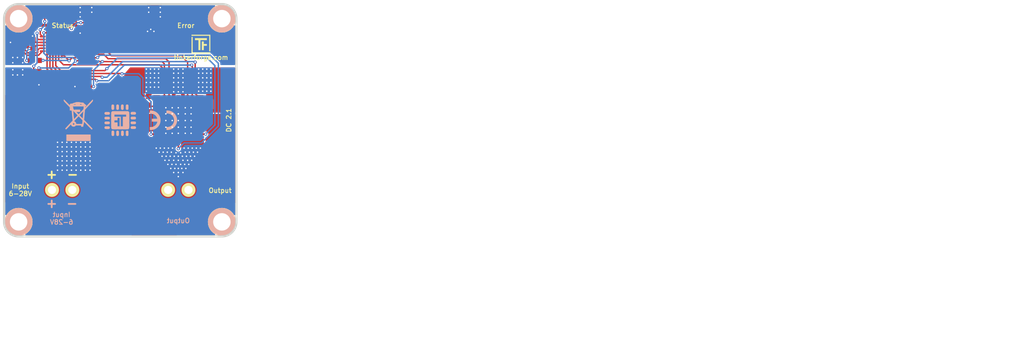
<source format=kicad_pcb>
(kicad_pcb (version 20221018) (generator pcbnew)
  (title_block (title "DC Bricklet") (date "2020-10-06") (rev "2.1") (company "Tinkerforge GmbH") (comment 1 "Licensed under CERN OHL v.1.1") (comment 2 "Copyright (©) 2020, T.Schneidermann <tim@tinkerforge.com>"))
  (layers (0 "F.Cu" signal) (31 "B.Cu" signal) (34 "B.Paste" user) (35 "F.Paste" user) (36 "B.SilkS" user "B.Silkscreen") (37 "F.SilkS" user "F.Silkscreen") (38 "B.Mask" user) (39 "F.Mask" user) (44 "Edge.Cuts" user))
  (net 0 "")
  (net 1 "GND")
  (net 2 "VCC")
  (net 3 "Net-(C102-Pad2)")
  (net 4 "Net-(D101-Pad2)")
  (net 5 "+5V")
  (net 6 "Net-(P101-Pad4)")
  (net 7 "Net-(P101-Pad5)")
  (net 8 "Net-(P101-Pad6)")
  (net 9 "Net-(P102-Pad1)")
  (net 10 "Net-(P103-Pad2)")
  (net 11 "Net-(R101-Pad1)")
  (net 12 "Net-(RP1-Pad7)")
  (net 13 "Net-(RP1-Pad6)")
  (net 14 "S-MISO")
  (net 15 "S-MOSI")
  (net 16 "S-CLK")
  (net 17 "S-CS")
  (net 18 "Net-(U101-Pad4)")
  (net 19 "Net-(U101-Pad5)")
  (net 20 "PWR-FB")
  (net 21 "AGND")
  (net 22 "Net-(C3-Pad2)")
  (net 23 "Net-(D2-Pad2)")
  (net 24 "Net-(P1-Pad2)")
  (net 25 "Net-(P2-Pad2)")
  (net 26 "Net-(P2-Pad1)")
  (net 27 "Net-(R1-Pad2)")
  (net 28 "PWR-EN")
  (net 29 "Net-(R2-Pad1)")
  (net 30 "PWR-VEXT")
  (net 31 "PWR-STATUS")
  (net 32 "PWR-D2")
  (net 33 "PWR-D1")
  (net 34 "PWR-IN2")
  (net 35 "PWR-IN1")
  (net 36 "Net-(RP1-Pad5)")
  (net 37 "Net-(RP1-Pad8)")
  (net 38 "Net-(RP2-Pad8)")
  (net 39 "Net-(RP2-Pad7)")
  (net 40 "Net-(RP2-Pad6)")
  (net 41 "PWR-SLEW")
  (net 42 "PWR-INV")
  (net 43 "Net-(U1-Pad9)")
  (net 44 "Net-(U101-Pad21)")
  (net 45 "3V3")
  (net 46 "Net-(U101-Pad3)")
  (net 47 "Net-(D3-Pad2)")
  (net 48 "Net-(R7-Pad1)")
  (footprint "kicad-libraries:C0603F" (layer "F.Cu") (at 106 112.4 -90)
    (fp_text reference "C1")
    (fp_text value "470nF")
  )
  (footprint "kicad-libraries:ELKO_83" (layer "F.Cu") (at 107.6 122.7 90)
    (fp_text reference "C2")
    (fp_text value "220µF/35V")
  )
  (footprint "kicad-libraries:C0603F" (layer "F.Cu") (at 135.3 116.7 -90)
    (fp_text reference "C3")
    (fp_text value "100nF")
  )
  (footprint "kicad-libraries:ELKO_83" (layer "F.Cu") (at 116.4 122.7 90)
    (fp_text reference "C4")
    (fp_text value "220µF/35V")
  )
  (footprint "kicad-libraries:C0805" (layer "F.Cu") (at 126 106.8)
    (fp_text reference "C101")
    (fp_text value "10uF")
  )
  (footprint "kicad-libraries:C0402F" (layer "F.Cu") (at 114.2 105)
    (fp_text reference "C102")
    (fp_text value "220pF")
  )
  (footprint "kicad-libraries:C0603F" (layer "F.Cu") (at 126 105.3)
    (fp_text reference "C103")
    (fp_text value "1uF")
  )
  (footprint "kicad-libraries:C0603F" (layer "F.Cu") (at 105 106.9 90)
    (fp_text reference "C104")
    (fp_text value "100nF")
  )
  (footprint "kicad-libraries:SOD-123" (layer "F.Cu") (at 109.4 114.2 180)
    (fp_text reference "D1")
    (fp_text value "Z3.3V")
  )
  (footprint "kicad-libraries:SOD-123" (layer "F.Cu") (at 121.1 133 -90)
    (fp_text reference "D2")
    (fp_text value "Z12V")
  )
  (footprint "kicad-libraries:D0603F" (layer "F.Cu") (at 110.1 101.8 -90)
    (fp_text reference "D101")
    (fp_text value "blue")
  )
  (footprint "kicad-libraries:0603F" (layer "F.Cu") (at 102.3 110.7 90)
    (fp_text reference "L1")
    (fp_text value "FB")
  )
  (footprint "kicad-libraries:OQ_2P" (layer "F.Cu") (at 110 132)
    (fp_text reference "P1")
    (fp_text value "black")
  )
  (footprint "kicad-libraries:OQ_2P" (layer "F.Cu") (at 130 132)
    (fp_text reference "P2")
    (fp_text value "green")
  )
  (footprint "kicad-libraries:CON-SENSOR2" (layer "F.Cu") (at 120 100 180)
    (fp_text reference "P101")
    (fp_text value "CON-SENSOR2")
  )
  (footprint "kicad-libraries:DEBUG_PAD" (layer "F.Cu") (at 102.1 108.1)
    (fp_text reference "P102")
    (fp_text value "DEBUG")
  )
  (footprint "kicad-libraries:SolderJumper" (layer "F.Cu") (at 102.1 106.6)
    (fp_text reference "P103")
    (fp_text value "BOOT")
  )
  (footprint "kicad-libraries:SOIC-8-MOSFET" (layer "F.Cu") (at 117.4 134.4 180)
    (fp_text reference "Q1")
    (fp_text value "FDS8449")
  )
  (footprint "kicad-libraries:R0603F" (layer "F.Cu") (at 113.9 114.2 180)
    (fp_text reference "R2")
    (fp_text value "220")
  )
  (footprint "kicad-libraries:R0603F" (layer "F.Cu") (at 103.6 114.8)
    (fp_text reference "R3")
    (fp_text value "10k")
  )
  (footprint "kicad-libraries:R0603F" (layer "F.Cu") (at 103.6 113.4 180)
    (fp_text reference "R4")
    (fp_text value "1k")
  )
  (footprint "kicad-libraries:R0603F" (layer "F.Cu") (at 121.1 137.1 90)
    (fp_text reference "R5")
    (fp_text value "100k")
  )
  (footprint "kicad-libraries:R0603F" (layer "F.Cu") (at 105.3 109.7)
    (fp_text reference "R6")
    (fp_text value "10k")
  )
  (footprint "kicad-libraries:R0603F" (layer "F.Cu") (at 108.7 101.8 -90)
    (fp_text reference "R101")
    (fp_text value "1k")
  )
  (footprint "kicad-libraries:4X0402" (layer "F.Cu") (at 114.2 112.2 -90)
    (fp_text reference "RP1")
    (fp_text value "1k")
  )
  (footprint "kicad-libraries:4X0402" (layer "F.Cu") (at 114.2 109 -90)
    (fp_text reference "RP2")
    (fp_text value "1k")
  )
  (footprint "kicad-libraries:4X0402" (layer "F.Cu") (at 114.2 106.6 90)
    (fp_text reference "RP101")
    (fp_text value "82")
  )
  (footprint "kicad-libraries:QFN24-4x4mm-0.5mm" (layer "F.Cu") (at 108.65 106.85 -90)
    (fp_text reference "U101")
    (fp_text value "XMC1302")
  )
  (footprint "kicad-libraries:DRILL_NP" (layer "F.Cu") (at 102.5 102.5)
    (fp_text reference "U103" hide)
    (fp_text value "DRILL" hide)
  )
  (footprint "kicad-libraries:DRILL_NP" (layer "F.Cu") (at 137.5 137.5)
    (fp_text reference "U104" hide)
    (fp_text value "DRILL" hide)
  )
  (footprint "kicad-libraries:DRILL_NP" (layer "F.Cu") (at 137.5 102.5)
    (fp_text reference "U105" hide)
    (fp_text value "DRILL" hide)
  )
  (footprint "kicad-libraries:DRILL_NP" (layer "F.Cu") (at 102.5 137.5)
    (fp_text reference "U106" hide)
    (fp_text value "DRILL" hide)
  )
  (footprint "kicad-libraries:PQFN-32" (layer "F.Cu") (at 130 120 180)
    (fp_text reference "U1")
    (fp_text value "MC33926")
  )
  (footprint "kicad-libraries:D0603F" (layer "F.Cu") (at 131.3 101.849159 90)
    (fp_text reference "D3")
    (fp_text value "red")
  )
  (footprint "kicad-libraries:R0603F" (layer "F.Cu") (at 129.950741 101.849159 90)
    (fp_text reference "R7")
    (fp_text value "1k")
  )
  (footprint "kicad-libraries:Logo_31x31" (layer "F.Cu") (at 133.9 106.9)
    (fp_text reference "G***" hide)
    (fp_text value "LOGO" hide)
  )
  (footprint "kicad-libraries:Fiducial_Mark" (layer "F.Cu") (at 130 107)
    (fp_text reference "Fiducial_Mark" hide)
    (fp_text value "VAL**" hide)
  )
  (footprint "kicad-libraries:Fiducial_Mark" (layer "F.Cu") (at 107 138)
    (fp_text reference "Fiducial_Mark" hide)
    (fp_text value "VAL**" hide)
  )
  (footprint "kicad-libraries:Fiducial_Mark" (layer "F.Cu") (at 132 138)
    (fp_text reference "Fiducial_Mark" hide)
    (fp_text value "VAL**" hide)
  )
  (footprint "kicad-libraries:R0603F" (layer "F.Cu") (at 124.85 116.65 -90)
    (fp_text reference "R1")
    (fp_text value "1k")
  )
  (footprint "kicad-libraries:CE_5mm" (layer "B.Cu") (at 127.4 120 180)
    (fp_text reference "VAL" hide)
    (fp_text value "CE_5mm" hide)
  )
  (footprint "kicad-libraries:Logo_CoMCU" (layer "B.Cu") (at 120 120 180)
    (fp_text reference "G***" hide)
    (fp_text value "LOGO" hide)
  )
  (footprint "kicad-libraries:WEEE_7mm" (layer "B.Cu") (at 112.8 120 180)
    (fp_text reference "VAL" hide)
    (fp_text value "WEEE_7mm" hide)
  )
  (gr_line (start 100 102.5) (end 100 137.5) (stroke (width 0.381)) (layer "Edge.Cuts"))
  (gr_line (start 137.5 100) (end 102.5 100) (stroke (width 0.381)) (layer "Edge.Cuts"))
  (gr_arc (start 137.5 100) (mid 139.267767 100.732233) (end 140 102.5) (stroke (width 0.381)) (layer "Edge.Cuts"))
  (gr_line (start 140 137.5) (end 140 102.5) (stroke (width 0.381)) (layer "Edge.Cuts"))
  (gr_line (start 102.5 140) (end 137.5 140) (stroke (width 0.381)) (layer "Edge.Cuts"))
  (gr_arc (start 100 102.5) (mid 100.732233 100.732233) (end 102.5 100) (stroke (width 0.381)) (layer "Edge.Cuts"))
  (gr_arc (start 102.5 140) (mid 100.732233 139.267767) (end 100 137.5) (stroke (width 0.381)) (layer "Edge.Cuts"))
  (gr_arc (start 140 137.5) (mid 139.267767 139.267767) (end 137.5 140) (stroke (width 0.381)) (layer "Edge.Cuts"))
  (gr_text "+" (at 108.2 134.3) (layer "B.SilkS") (effects (font (size 1.524 1.524) (thickness 0.3048)) (justify mirror)))
  (gr_text "-" (at 111.7 134.3) (layer "B.SilkS") (effects (font (size 1.524 1.524) (thickness 0.3048)) (justify mirror)))
  (gr_text "Input\n6-28V" (at 109.9 136.9) (layer "B.SilkS") (effects (font (size 0.8 0.8)) (justify mirror)))
  (gr_text "Output" (at 130 137.3) (layer "B.SilkS") (effects (font (size 0.8 0.8)) (justify mirror)))
  (gr_text "tinkerforge.com" (at 133.9 109.2) (layer "F.SilkS") (effects (font (size 0.8 0.8))))
  (gr_text "Output" (at 137.2 132.1) (layer "F.SilkS") (effects (font (size 0.8 0.8))))
  (gr_text "Status" (at 110.1 103.7) (layer "F.SilkS") (effects (font (size 0.8 0.8))))
  (gr_text "DC 2.1" (at 138.7 120 90) (layer "F.SilkS") (effects (font (size 0.8 0.8))))
  (gr_text "Input\n6-28V" (at 102.8 132) (layer "F.SilkS") (effects (font (size 0.8 0.8))))
  (gr_text "Error" (at 131.3 103.7) (layer "F.SilkS") (effects (font (size 0.8 0.8))))
  (gr_text "-" (at 111.8 129.3) (layer "F.SilkS") (effects (font (size 1.524 1.524) (thickness 0.3048))))
  (gr_text "+" (at 108.2 129.3) (layer "F.SilkS") (effects (font (size 1.524 1.524) (thickness 0.3048))))
  (segment (start 125.9 101.2) (end 124.9 101.2) (width 0.5) (layer "F.Cu") (net 1))
  (segment (start 125.9 101.2) (end 126.9 101.2) (width 0.5) (layer "F.Cu") (net 1))
  (segment (start 101.6 106.995002) (end 101.754998 107.15) (width 0.25) (layer "F.Cu") (net 1))
  (segment (start 124.99924 105.55076) (end 125.25 105.3) (width 0.5) (layer "F.Cu") (net 1))
  (segment (start 105.45 106.6) (end 105 106.15) (width 0.25) (layer "F.Cu") (net 1))
  (segment (start 101.6 106.6) (end 101.6 106.995002) (width 0.25) (layer "F.Cu") (net 1))
  (segment (start 125.25 104.85) (end 125.40001 104.69999) (width 0.5) (layer "F.Cu") (net 1))
  (segment (start 105 106.15) (end 105 105.6) (width 0.5) (layer "F.Cu") (net 1))
  (segment (start 124.99924 106.8) (end 124.99924 105.55076) (width 0.5) (layer "F.Cu") (net 1))
  (segment (start 101.754998 107.15) (end 101.875 107.15) (width 0.25) (layer "F.Cu") (net 1))
  (segment (start 101.875 106.05) (end 101.754998 106.05) (width 0.25) (layer "F.Cu") (net 1))
  (segment (start 106.625 106.6) (end 105.45 106.6) (width 0.25) (layer "F.Cu") (net 1))
  (segment (start 124.99924 106.8) (end 123.35 106.8) (width 0.5) (layer "F.Cu") (net 1))
  (segment (start 125.25 104.85) (end 125.1 104.7) (width 0.5) (layer "F.Cu") (net 1))
  (segment (start 108 106.2) (end 109.3 106.2) (width 0.25) (layer "F.Cu") (net 1))
  (segment (start 114.1 101.2) (end 115.1 101.2) (width 0.5) (layer "F.Cu") (net 1))
  (segment (start 107.6 106.6) (end 108 106.2) (width 0.25) (layer "F.Cu") (net 1))
  (segment (start 101.754998 106.05) (end 101.6 106.204998) (width 0.25) (layer "F.Cu") (net 1))
  (segment (start 113.7 105) (end 113.1 105) (width 0.25) (layer "F.Cu") (net 1))
  (segment (start 125.1 104.7) (end 124.7 104.7) (width 0.5) (layer "F.Cu") (net 1))
  (segment (start 125.40001 104.69999) (end 125.79999 104.69999) (width 0.5) (layer "F.Cu") (net 1))
  (segment (start 105 105.6) (end 104.9 105.5) (width 0.5) (layer "F.Cu") (net 1))
  (segment (start 109.3 106.2) (end 109.3 107.5) (width 0.25) (layer "F.Cu") (net 1))
  (segment (start 122.5 105.95) (end 122.5 104.6) (width 0.5) (layer "F.Cu") (net 1))
  (segment (start 101.6 106.204998) (end 101.6 106.6) (width 0.25) (layer "F.Cu") (net 1))
  (segment (start 101.6 106.6) (end 101.1 106.6) (width 0.25) (layer "F.Cu") (net 1))
  (segment (start 125.25 105.3) (end 125.25 104.85) (width 0.5) (layer "F.Cu") (net 1))
  (segment (start 109.3 107.5) (end 108 107.5) (width 0.25) (layer "F.Cu") (net 1))
  (segment (start 106.625 106.6) (end 107.6 106.6) (width 0.25) (layer "F.Cu") (net 1))
  (segment (start 114.1 101.2) (end 113.1 101.2) (width 0.5) (layer "F.Cu") (net 1))
  (segment (start 125.25 105.3) (end 125.25 104.349996) (width 0.5) (layer "F.Cu") (net 1))
  (segment (start 123.35 106.8) (end 122.5 105.95) (width 0.5) (layer "F.Cu") (net 1))
  (via (at 124.9 101.4) (size 0.55) (drill 0.25) (layers "F.Cu" "B.Cu") (net 1))
  (via (at 126.9 101.4) (size 0.55) (drill 0.25) (layers "F.Cu" "B.Cu") (net 1))
  (via (at 126.9 100.6) (size 0.55) (drill 0.25) (layers "F.Cu" "B.Cu") (net 1))
  (via (at 126.9 102.2) (size 0.55) (drill 0.25) (layers "F.Cu" "B.Cu") (net 1))
  (via (at 124.9 100.6) (size 0.55) (drill 0.25) (layers "F.Cu" "B.Cu") (net 1))
  (via (at 113.1 102.2) (size 0.55) (drill 0.25) (layers "F.Cu" "B.Cu") (net 1))
  (via (at 101.5 109.2) (size 0.55) (drill 0.25) (layers "F.Cu" "B.Cu") (net 1))
  (via (at 103.2 110.1) (size 0.55) (drill 0.25) (layers "F.Cu" "B.Cu") (net 1))
  (via (at 101.5 110.1) (size 0.55) (drill 0.25) (layers "F.Cu" "B.Cu") (net 1))
  (via (at 102.3 109.2) (size 0.55) (drill 0.25) (layers "F.Cu" "B.Cu") (net 1))
  (via (at 113.1 105) (size 0.55) (drill 0.25) (layers "F.Cu" "B.Cu") (net 1))
  (via (at 113.1 100.6) (size 0.55) (drill 0.25) (layers "F.Cu" "B.Cu") (net 1))
  (via (at 104.9 105.5) (size 0.55) (drill 0.25) (layers "F.Cu" "B.Cu") (net 1))
  (via (at 101.1 106.6) (size 0.55) (drill 0.25) (layers "F.Cu" "B.Cu") (net 1))
  (via (at 115.1 101.4) (size 0.55) (drill 0.25) (layers "F.Cu" "B.Cu") (net 1))
  (via (at 125.25 104.349996) (size 0.55) (drill 0.25) (layers "F.Cu" "B.Cu") (net 1))
  (via (at 103.2 109.2) (size 0.55) (drill 0.25) (layers "F.Cu" "B.Cu") (net 1))
  (via (at 124.7 104.7) (size 0.55) (drill 0.25) (layers "F.Cu" "B.Cu") (net 1))
  (via (at 113.1 101.4) (size 0.55) (drill 0.25) (layers "F.Cu" "B.Cu") (net 1))
  (via (at 125.79999 104.69999) (size 0.55) (drill 0.25) (layers "F.Cu" "B.Cu") (net 1))
  (via (at 115.1 100.6) (size 0.55) (drill 0.25) (layers "F.Cu" "B.Cu") (net 1))
  (segment (start 121.1 137.85) (end 119.85 139.1) (width 0.25) (layer "F.Cu") (net 2))
  (segment (start 109 132.75006) (end 108.24994 132) (width 0.25) (layer "F.Cu") (net 2))
  (segment (start 119.85 139.1) (end 109.8 139.1) (width 0.25) (layer "F.Cu") (net 2))
  (segment (start 102.85 114.8) (end 102.85 116.05) (width 0.25) (layer "F.Cu") (net 2))
  (segment (start 109 138.3) (end 109 132.75006) (width 0.25) (layer "F.Cu") (net 2))
  (segment (start 109.8 139.1) (end 109 138.3) (width 0.25) (layer "F.Cu") (net 2))
  (via (at 130.8 115.1) (size 0.55) (drill 0.25) (layers "F.Cu" "B.Cu") (net 2))
  (via (at 130 115.1) (size 0.55) (drill 0.25) (layers "F.Cu" "B.Cu") (net 2))
  (via (at 129.2 115.1) (size 0.55) (drill 0.25) (layers "F.Cu" "B.Cu") (net 2))
  (via (at 135.6 113.5) (size 0.55) (drill 0.25) (layers "F.Cu" "B.Cu") (net 2))
  (via (at 130.8 114.3) (size 0.55) (drill 0.25) (layers "F.Cu" "B.Cu") (net 2))
  (via (at 129.2 111.9) (size 0.55) (drill 0.25) (layers "F.Cu" "B.Cu") (net 2))
  (via (at 134.2 115) (size 0.55) (drill 0.25) (layers "F.Cu" "B.Cu") (net 2))
  (via (at 124.5 113.5) (size 0.55) (drill 0.25) (layers "F.Cu" "B.Cu") (net 2))
  (via (at 134.9 111.2) (size 0.55) (drill 0.25) (layers "F.Cu" "B.Cu") (net 2))
  (via (at 125.9 114.3) (size 0.55) (drill 0.25) (layers "F.Cu" "B.Cu") (net 2))
  (via (at 135.6 112.7) (size 0.55) (drill 0.25) (layers "F.Cu" "B.Cu") (net 2))
  (via (at 134.2 111.9) (size 0.55) (drill 0.25) (layers "F.Cu" "B.Cu") (net 2))
  (via (at 124.5 111.9) (size 0.55) (drill 0.25) (layers "F.Cu" "B.Cu") (net 2))
  (via (at 135.6 115) (size 0.55) (drill 0.25) (layers "F.Cu" "B.Cu") (net 2))
  (via (at 133.5 113.5) (size 0.55) (drill 0.25) (layers "F.Cu" "B.Cu") (net 2))
  (via (at 125.2 112.7) (size 0.55) (drill 0.25) (layers "F.Cu" "B.Cu") (net 2))
  (via (at 126.6 111.2) (size 0.55) (drill 0.25) (layers "F.Cu" "B.Cu") (net 2))
  (via (at 126.6 114.3) (size 0.55) (drill 0.25) (layers "F.Cu" "B.Cu") (net 2))
  (via (at 125.2 111.9) (size 0.55) (drill 0.25) (layers "F.Cu" "B.Cu") (net 2))
  (via (at 129.2 111.2) (size 0.55) (drill 0.25) (layers "F.Cu" "B.Cu") (net 2))
  (via (at 133.5 114.3) (size 0.55) (drill 0.25) (layers "F.Cu" "B.Cu") (net 2))
  (via (at 130.8 111.9) (size 0.55) (drill 0.25) (layers "F.Cu" "B.Cu") (net 2))
  (via (at 124.5 111.2) (size 0.55) (drill 0.25) (layers "F.Cu" "B.Cu") (net 2))
  (via (at 135.6 111.2) (size 0.55) (drill 0.25) (layers "F.Cu" "B.Cu") (net 2))
  (via (at 125.9 112.7) (size 0.55) (drill 0.25) (layers "F.Cu" "B.Cu") (net 2))
  (via (at 133.5 111.2) (size 0.55) (drill 0.25) (layers "F.Cu" "B.Cu") (net 2))
  (via (at 130 112.7) (size 0.55) (drill 0.25) (layers "F.Cu" "B.Cu") (net 2))
  (via (at 134.9 112.7) (size 0.55) (drill 0.25) (layers "F.Cu" "B.Cu") (net 2))
  (via (at 126.6 112.7) (size 0.55) (drill 0.25) (layers "F.Cu" "B.Cu") (net 2))
  (via (at 130 111.2) (size 0.55) (drill 0.25) (layers "F.Cu" "B.Cu") (net 2))
  (via (at 130.8 111.2) (size 0.55) (drill 0.25) (layers "F.Cu" "B.Cu") (net 2))
  (via (at 125.9 111.2) (size 0.55) (drill 0.25) (layers "F.Cu" "B.Cu") (net 2))
  (via (at 133.5 115) (size 0.55) (drill 0.25) (layers "F.Cu" "B.Cu") (net 2))
  (via (at 125.9 111.9) (size 0.55) (drill 0.25) (layers "F.Cu" "B.Cu") (net 2))
  (via (at 130 111.9) (size 0.55) (drill 0.25) (layers "F.Cu" "B.Cu") (net 2))
  (via (at 130.8 113.5) (size 0.55) (drill 0.25) (layers "F.Cu" "B.Cu") (net 2))
  (via (at 135.6 111.9) (size 0.55) (drill 0.25) (layers "F.Cu" "B.Cu") (net 2))
  (via (at 130 114.3) (size 0.55) (drill 0.25) (layers "F.Cu" "B.Cu") (net 2))
  (via (at 134.9 115) (size 0.55) (drill 0.25) (layers "F.Cu" "B.Cu") (net 2))
  (via (at 126.6 113.5) (size 0.55) (drill 0.25) (layers "F.Cu" "B.Cu") (net 2))
  (via (at 125.9 113.5) (size 0.55) (drill 0.25) (layers "F.Cu" "B.Cu") (net 2))
  (via (at 134.2 112.7) (size 0.55) (drill 0.25) (layers "F.Cu" "B.Cu") (net 2))
  (via (at 133.5 111.9) (size 0.55) (drill 0.25) (layers "F.Cu" "B.Cu") (net 2))
  (via (at 126.6 111.9) (size 0.55) (drill 0.25) (layers "F.Cu" "B.Cu") (net 2))
  (via (at 134.9 111.9) (size 0.55) (drill 0.25) (layers "F.Cu" "B.Cu") (net 2))
  (via (at 134.9 113.5) (size 0.55) (drill 0.25) (layers "F.Cu" "B.Cu") (net 2))
  (via (at 130.8 112.7) (size 0.55) (drill 0.25) (layers "F.Cu" "B.Cu") (net 2))
  (via (at 134.2 113.5) (size 0.55) (drill 0.25) (layers "F.Cu" "B.Cu") (net 2))
  (via (at 134.2 114.3) (size 0.55) (drill 0.25) (layers "F.Cu" "B.Cu") (net 2))
  (via (at 125.2 113.5) (size 0.55) (drill 0.25) (layers "F.Cu" "B.Cu") (net 2))
  (via (at 125.2 111.2) (size 0.55) (drill 0.25) (layers "F.Cu" "B.Cu") (net 2))
  (via (at 134.9 114.3) (size 0.55) (drill 0.25) (layers "F.Cu" "B.Cu") (net 2))
  (via (at 124.5 115) (size 0.55) (drill 0.25) (layers "F.Cu" "B.Cu") (net 2))
  (via (at 125.2 114.3) (size 0.55) (drill 0.25) (layers "F.Cu" "B.Cu") (net 2))
  (via (at 130 113.5) (size 0.55) (drill 0.25) (layers "F.Cu" "B.Cu") (net 2))
  (via (at 124.5 112.7) (size 0.55) (drill 0.25) (layers "F.Cu" "B.Cu") (net 2))
  (via (at 134.2 111.2) (size 0.55) (drill 0.25) (layers "F.Cu" "B.Cu") (net 2))
  (via (at 133.5 112.7) (size 0.55) (drill 0.25) (layers "F.Cu" "B.Cu") (net 2))
  (via (at 129.2 112.7) (size 0.55) (drill 0.25) (layers "F.Cu" "B.Cu") (net 2))
  (via (at 124.5 114.3) (size 0.55) (drill 0.25) (layers "F.Cu" "B.Cu") (net 2))
  (via (at 129.2 113.5) (size 0.55) (drill 0.25) (layers "F.Cu" "B.Cu") (net 2))
  (via (at 135.6 114.3) (size 0.55) (drill 0.25) (layers "F.Cu" "B.Cu") (net 2))
  (via (at 129.2 114.3) (size 0.55) (drill 0.25) (layers "F.Cu" "B.Cu") (net 2))
  (segment (start 116.25 104.6) (end 115.1 104.6) (width 0.25) (layer "F.Cu") (net 3))
  (segment (start 114.7 105) (end 114.7 105.7757) (width 0.25) (layer "F.Cu") (net 3))
  (segment (start 114.7 105.7757) (end 114.775 105.8507) (width 0.25) (layer "F.Cu") (net 3))
  (segment (start 115.1 104.6) (end 114.7 105) (width 0.25) (layer "F.Cu") (net 3))
  (segment (start 110.1 102.55) (end 108.7 102.55) (width 0.25) (layer "F.Cu") (net 4))
  (segment (start 120 105.9) (end 118.5507 107.3493) (width 0.25) (layer "F.Cu") (net 6))
  (segment (start 118.5507 107.3493) (end 114.775 107.3493) (width 0.25) (layer "F.Cu") (net 6))
  (segment (start 120 104.6) (end 120 105.9) (width 0.25) (layer "F.Cu") (net 6))
  (segment (start 114.775 106.84892) (end 117.75108 106.84892) (width 0.25) (layer "F.Cu") (net 7))
  (segment (start 117.75108 106.84892) (end 118.75 105.85) (width 0.25) (layer "F.Cu") (net 7))
  (segment (start 118.75 105.85) (end 118.75 104.6) (width 0.25) (layer "F.Cu") (net 7))
  (segment (start 117.5 105.8) (end 116.94892 106.35108) (width 0.25) (layer "F.Cu") (net 8))
  (segment (start 117.5 104.6) (end 117.5 105.8) (width 0.25) (layer "F.Cu") (net 8))
  (segment (start 116.94892 106.35108) (end 114.775 106.35108) (width 0.25) (layer "F.Cu") (net 8))
  (segment (start 103.9343 108.8) (end 105.925 108.8) (width 0.25) (layer "F.Cu") (net 9))
  (segment (start 102.1 108.1) (end 103.2343 108.1) (width 0.25) (layer "F.Cu") (net 9))
  (segment (start 105.925 108.8) (end 106.625 108.1) (width 0.25) (layer "F.Cu") (net 9))
  (segment (start 103.2343 108.1) (end 103.9343 108.8) (width 0.25) (layer "F.Cu") (net 9))
  (segment (start 102.25 106.6) (end 102.65 106.6) (width 0.25) (layer "F.Cu") (net 10))
  (segment (start 105.8 108.3) (end 105.700011 108.399989) (width 0.25) (layer "F.Cu") (net 10))
  (segment (start 105.8 107.9) (end 105.8 108.3) (width 0.25) (layer "F.Cu") (net 10))
  (segment (start 102.65 106.95) (end 102.65 106.6) (width 0.25) (layer "F.Cu") (net 10))
  (segment (start 106.625 107.6) (end 106.1 107.6) (width 0.25) (layer "F.Cu") (net 10))
  (segment (start 105.700011 108.399989) (end 104.099989 108.399989) (width 0.25) (layer "F.Cu") (net 10))
  (segment (start 106.1 107.6) (end 105.8 107.9) (width 0.25) (layer "F.Cu") (net 10))
  (segment (start 104.099989 108.399989) (end 102.65 106.95) (width 0.25) (layer "F.Cu") (net 10))
  (segment (start 107 101.7) (end 107 102.974998) (width 0.25) (layer "F.Cu") (net 11))
  (segment (start 107.65 101.05) (end 107 101.7) (width 0.25) (layer "F.Cu") (net 11))
  (segment (start 106.6 105.575) (end 106.625 105.6) (width 0.25) (layer "F.Cu") (net 11))
  (segment (start 106.229686 104.431717) (end 106.229686 105.204686) (width 0.25) (layer "F.Cu") (net 11))
  (segment (start 106.229686 105.204686) (end 106.625 105.6) (width 0.25) (layer "F.Cu") (net 11))
  (segment (start 108.7 101.05) (end 107.65 101.05) (width 0.25) (layer "F.Cu") (net 11))
  (via (at 107 102.974998) (size 0.55) (drill 0.25) (layers "F.Cu" "B.Cu") (net 11))
  (via (at 106.229686 104.431717) (size 0.55) (drill 0.25) (layers "F.Cu" "B.Cu") (net 11))
  (segment (start 107 102.974998) (end 107 103.661403) (width 0.25) (layer "B.Cu") (net 11))
  (segment (start 107 103.661403) (end 106.229686 104.431717) (width 0.25) (layer "B.Cu") (net 11))
  (segment (start 125.30224 122.39776) (end 125.3 122.4) (width 0.25) (layer "F.Cu") (net 12))
  (segment (start 126.25096 122.39776) (end 125.30224 122.39776) (width 0.25) (layer "F.Cu") (net 12))
  (segment (start 114.775 111.95108) (end 120.25037 111.95108) (width 0.25) (layer "F.Cu") (net 12))
  (segment (start 120.25037 111.95108) (end 120.3 112.00071) (width 0.25) (layer "F.Cu") (net 12))
  (via (at 125.3 122.4) (size 0.55) (drill 0.25) (layers "F.Cu" "B.Cu") (net 12))
  (via (at 120.3 112.00071) (size 0.55) (drill 0.25) (layers "F.Cu" "B.Cu") (net 12))
  (segment (start 125.3 122.4) (end 125.3 116.8) (width 0.25) (layer "B.Cu") (net 12))
  (segment (start 123.9 112.7) (end 123.20071 112.00071) (width 0.25) (layer "B.Cu") (net 12))
  (segment (start 123.20071 112.00071) (end 120.3 112.00071) (width 0.25) (layer "B.Cu") (net 12))
  (segment (start 125.3 116.8) (end 123.9 115.4) (width 0.25) (layer "B.Cu") (net 12))
  (segment (start 123.9 115.4) (end 123.9 112.7) (width 0.25) (layer "B.Cu") (net 12))
  (segment (start 132.9 110) (end 132.9 115.4) (width 0.25) (layer "F.Cu") (net 13))
  (segment (start 114.775 112.44892) (end 116.74892 112.44892) (width 0.25) (layer "F.Cu") (net 13))
  (segment (start 116.74892 112.44892) (end 116.9 112.6) (width 0.25) (layer "F.Cu") (net 13))
  (segment (start 132.9 115.4) (end 133.74904 116.24904) (width 0.25) (layer "F.Cu") (net 13))
  (segment (start 133.74904 116.24904) (end 133.74904 116.25096) (width 0.25) (layer "F.Cu") (net 13))
  (via (at 132.9 110) (size 0.55) (drill 0.25) (layers "F.Cu" "B.Cu") (net 13))
  (via (at 116.9 112.6) (size 0.55) (drill 0.25) (layers "F.Cu" "B.Cu") (net 13))
  (segment (start 117.7 112.6) (end 120.4 109.9) (width 0.25) (layer "B.Cu") (net 13))
  (segment (start 116.9 112.6) (end 117.7 112.6) (width 0.25) (layer "B.Cu") (net 13))
  (segment (start 132.8 109.9) (end 132.9 110) (width 0.25) (layer "B.Cu") (net 13))
  (segment (start 120.4 109.9) (end 132.8 109.9) (width 0.25) (layer "B.Cu") (net 13))
  (segment (start 113.625 105.8507) (end 112.9507 105.8507) (width 0.25) (layer "F.Cu") (net 14))
  (segment (start 112.9507 105.8507) (end 111.925 104.825) (width 0.25) (layer "F.Cu") (net 14))
  (segment (start 111.925 104.825) (end 109.9 104.825) (width 0.25) (layer "F.Cu") (net 14))
  (segment (start 112.88538 106.35108) (end 113.625 106.35108) (width 0.25) (layer "F.Cu") (net 15))
  (segment (start 110.675 105.6) (end 112.1343 105.6) (width 0.25) (layer "F.Cu") (net 15))
  (segment (start 112.1343 105.6) (end 112.88538 106.35108) (width 0.25) (layer "F.Cu") (net 15))
  (segment (start 112.81752 106.84892) (end 113.625 106.84892) (width 0.25) (layer "F.Cu") (net 16))
  (segment (start 112.0686 106.1) (end 112.81752 106.84892) (width 0.25) (layer "F.Cu") (net 16))
  (segment (start 110.675 106.1) (end 112.0686 106.1) (width 0.25) (layer "F.Cu") (net 16))
  (segment (start 112.6493 107.3493) (end 111.9 106.6) (width 0.25) (layer "F.Cu") (net 17))
  (segment (start 111.9 106.6) (end 110.675 106.6) (width 0.25) (layer "F.Cu") (net 17))
  (segment (start 113.625 107.3493) (end 112.6493 107.3493) (width 0.25) (layer "F.Cu") (net 17))
  (segment (start 107.55088 112.55088) (end 106.65 111.65) (width 0.25) (layer "F.Cu") (net 20))
  (segment (start 107.55088 114.2) (end 107.55088 112.55088) (width 0.25) (layer "F.Cu") (net 20))
  (segment (start 106.847281 104.945272) (end 107.279728 104.945272) (width 0.25) (layer "F.Cu") (net 20))
  (segment (start 107.279728 104.945272) (end 107.4 104.825) (width 0.25) (layer "F.Cu") (net 20))
  (segment (start 113.625 109.7493) (end 112.3507 109.7493) (width 0.25) (layer "F.Cu") (net 20))
  (segment (start 106.65 111.65) (end 106 111.65) (width 0.25) (layer "F.Cu") (net 20))
  (segment (start 107.4 104.825) (end 107.4 104.8) (width 0.25) (layer "F.Cu") (net 20))
  (segment (start 106 111.65) (end 106 111) (width 0.25) (layer "F.Cu") (net 20))
  (segment (start 112.3507 109.7493) (end 112.3 109.8) (width 0.25) (layer "F.Cu") (net 20))
  (via (at 106.847281 104.945272) (size 0.55) (drill 0.25) (layers "F.Cu" "B.Cu") (net 20))
  (via (at 112.3 109.8) (size 0.55) (drill 0.25) (layers "F.Cu" "B.Cu") (net 20))
  (via (at 106 111) (size 0.55) (drill 0.25) (layers "F.Cu" "B.Cu") (net 20))
  (segment (start 111.85 109.2) (end 107.6 109.2) (width 0.25) (layer "B.Cu") (net 20))
  (segment (start 112.3 109.8) (end 112.3 109.65) (width 0.25) (layer "B.Cu") (net 20))
  (segment (start 106.847281 108.447281) (end 106.847281 104.945272) (width 0.25) (layer "B.Cu") (net 20))
  (segment (start 106 111) (end 111.1 111) (width 0.25) (layer "B.Cu") (net 20))
  (segment (start 111.1 111) (end 112.3 109.8) (width 0.25) (layer "B.Cu") (net 20))
  (segment (start 107.6 109.2) (end 106.847281 108.447281) (width 0.25) (layer "B.Cu") (net 20))
  (segment (start 112.3 109.65) (end 111.85 109.2) (width 0.25) (layer "B.Cu") (net 20))
  (segment (start 130 117.85) (end 130 120) (width 0.5) (layer "F.Cu") (net 21))
  (segment (start 111.4 114.24912) (end 112.15088 114.24912) (width 0.25) (layer "F.Cu") (net 21))
  (segment (start 129.20244 123.74904) (end 129.20244 120.79756) (width 0.2) (layer "F.Cu") (net 21))
  (segment (start 113.15 114.2) (end 112.2 114.2) (width 0.25) (layer "F.Cu") (net 21))
  (segment (start 129.20244 120.79756) (end 130 120) (width 0.2) (layer "F.Cu") (net 21))
  (segment (start 130 116.25096) (end 130 117.85) (width 0.5) (layer "F.Cu") (net 21))
  (segment (start 102.85 112.25) (end 102.9 112.2) (width 0.25) (layer "F.Cu") (net 21))
  (segment (start 102.9 112.2) (end 103.2 112.2) (width 0.25) (layer "F.Cu") (net 21))
  (segment (start 102.85 113.4) (end 102.85 112.25) (width 0.25) (layer "F.Cu") (net 21))
  (segment (start 106 113.15) (end 106 113.9) (width 0.25) (layer "F.Cu") (net 21))
  (via (at 110.8 124.6) (size 0.55) (drill 0.25) (layers "F.Cu" "B.Cu") (net 21))
  (via (at 114 124.6) (size 0.55) (drill 0.25) (layers "F.Cu" "B.Cu") (net 21))
  (via (at 109.2 124.6) (size 0.55) (drill 0.25) (layers "F.Cu" "B.Cu") (net 21))
  (via (at 114.8 124.6) (size 0.55) (drill 0.25) (layers "F.Cu" "B.Cu") (net 21))
  (via (at 110 124.6) (size 0.55) (drill 0.25) (layers "F.Cu" "B.Cu") (net 21))
  (via (at 111.6 124.6) (size 0.55) (drill 0.25) (layers "F.Cu" "B.Cu") (net 21))
  (via (at 113.2 124.6) (size 0.55) (drill 0.25) (layers "F.Cu" "B.Cu") (net 21))
  (via (at 112.4 124.6) (size 0.55) (drill 0.25) (layers "F.Cu" "B.Cu") (net 21))
  (via (at 113.2 128.6) (size 0.55) (drill 0.25) (layers "F.Cu" "B.Cu") (net 21))
  (via (at 111.6 128.6) (size 0.55) (drill 0.25) (layers "F.Cu" "B.Cu") (net 21))
  (via (at 112.4 128.6) (size 0.55) (drill 0.25) (layers "F.Cu" "B.Cu") (net 21))
  (via (at 110 128.6) (size 0.55) (drill 0.25) (layers "F.Cu" "B.Cu") (net 21))
  (via (at 114.8 128.6) (size 0.55) (drill 0.25) (layers "F.Cu" "B.Cu") (net 21))
  (via (at 114 128.6) (size 0.55) (drill 0.25) (layers "F.Cu" "B.Cu") (net 21))
  (via (at 110.8 128.6) (size 0.55) (drill 0.25) (layers "F.Cu" "B.Cu") (net 21))
  (via (at 109.2 128.6) (size 0.55) (drill 0.25) (layers "F.Cu" "B.Cu") (net 21))
  (via (at 130 122.25) (size 0.55) (drill 0.25) (layers "F.Cu" "B.Cu") (net 21))
  (via (at 131.2 122.25) (size 0.55) (drill 0.25) (layers "F.Cu" "B.Cu") (net 21))
  (via (at 127.85 122.25) (size 0.55) (drill 0.25) (layers "F.Cu" "B.Cu") (net 21))
  (via (at 132.2 122.25) (size 0.55) (drill 0.25) (layers "F.Cu" "B.Cu") (net 21))
  (via (at 128.95 122.25) (size 0.55) (drill 0.25) (layers "F.Cu" "B.Cu") (net 21))
  (via (at 109.2 127.8) (size 0.55) (drill 0.25) (layers "F.Cu" "B.Cu") (net 21))
  (via (at 130.4 125.6) (size 0.55) (drill 0.25) (layers "F.Cu" "B.Cu") (net 21))
  (via (at 111.6 127.8) (size 0.55) (drill 0.25) (layers "F.Cu" "B.Cu") (net 21))
  (via (at 131.2 121.2) (size 0.55) (drill 0.25) (layers "F.Cu" "B.Cu") (net 21))
  (via (at 114 123.8) (size 0.55) (drill 0.25) (layers "F.Cu" "B.Cu") (net 21))
  (via (at 112.4 127) (size 0.55) (drill 0.25) (layers "F.Cu" "B.Cu") (net 21))
  (via (at 127.9 126.2) (size 0.55) (drill 0.25) (layers "F.Cu" "B.Cu") (net 21))
  (via (at 102.3 112.2) (size 0.55) (drill 0.25) (layers "F.Cu" "B.Cu") (net 21))
  (via (at 131.1 127.6) (size 0.55) (drill 0.25) (layers "F.Cu" "B.Cu") (net 21))
  (via (at 113.2 127.8) (size 0.55) (drill 0.25) (layers "F.Cu" "B.Cu") (net 21))
  (via (at 113.2 125.4) (size 0.55) (drill 0.25) (layers "F.Cu" "B.Cu") (net 21))
  (via (at 130.6 128.3) (size 0.55) (drill 0.25) (layers "F.Cu" "B.Cu") (net 21))
  (via (at 127.85 121.2) (size 0.55) (drill 0.25) (layers "F.Cu" "B.Cu") (net 21))
  (via (at 109.2 126.2) (size 0.55) (drill 0.25) (layers "F.Cu" "B.Cu") (net 21))
  (via (at 128.3 124.8) (size 0.55) (drill 0.25) (layers "F.Cu" "B.Cu") (net 21))
  (via (at 132.2 118.9) (size 0.55) (drill 0.25) (layers "F.Cu" "B.Cu") (net 21))
  (via (at 128.8 125.5) (size 0.55) (drill 0.25) (layers "F.Cu" "B.Cu") (net 21))
  (via (at 101.5 111.3) (size 0.55) (drill 0.25) (layers "F.Cu" "B.Cu") (net 21))
  (via (at 103.2 111.3) (size 0.55) (drill 0.25) (layers "F.Cu" "B.Cu") (net 21))
  (via (at 131 124.8) (size 0.55) (drill 0.25) (layers "F.Cu" "B.Cu") (net 21))
  (via (at 128.95 118.9) (size 0.55) (drill 0.25) (layers "F.Cu" "B.Cu") (net 21))
  (via (at 110 127) (size 0.55) (drill 0.25) (layers "F.Cu" "B.Cu") (net 21))
  (via (at 126.7 125.5) (size 0.55) (drill 0.25) (layers "F.Cu" "B.Cu") (net 21))
  (via (at 106 113.9) (size 0.55) (drill 0.25) (layers "F.Cu" "B.Cu") (net 21))
  (via (at 128.7 128.3) (size 0.55) (drill 0.25) (layers "F.Cu" "B.Cu") (net 21))
  (via (at 133.3 125.5) (size 0.55) (drill 0.25) (layers "F.Cu" "B.Cu") (net 21))
  (via (at 110 126.2) (size 0.55) (drill 0.25) (layers "F.Cu" "B.Cu") (net 21))
  (via (at 131.4 126.2) (size 0.55) (drill 0.25) (layers "F.Cu" "B.Cu") (net 21))
  (via (at 129.6 125.6) (size 0.55) (drill 0.25) (layers "F.Cu" "B.Cu") (net 21))
  (via (at 130 117.85) (size 0.55) (drill 0.25) (layers "F.Cu" "B.Cu") (net 21))
  (via (at 133.8 124.8) (size 0.55) (drill 0.25) (layers "F.Cu" "B.Cu") (net 21))
  (via (at 114.8 123.8) (size 0.55) (drill 0.25) (layers "F.Cu" "B.Cu") (net 21))
  (via (at 132.3 126.9) (size 0.55) (drill 0.25) (layers "F.Cu" "B.Cu") (net 21))
  (via (at 127.6 124.8) (size 0.55) (drill 0.25) (layers "F.Cu" "B.Cu") (net 21))
  (via (at 110 125.4) (size 0.55) (drill 0.25) (layers "F.Cu" "B.Cu") (net 21))
  (via (at 131.2 120.05) (size 0.55) (drill 0.25) (layers "F.Cu" "B.Cu") (net 21))
  (via (at 129.3 126.2) (size 0.55) (drill 0.25) (layers "F.Cu" "B.Cu") (net 21))
  (via (at 130 128.3) (size 0.55) (drill 0.25) (layers "F.Cu" "B.Cu") (net 21))
  (via (at 128.4 126.9) (size 0.55) (drill 0.25) (layers "F.Cu" "B.Cu") (net 21))
  (via (at 111.6 127) (size 0.55) (drill 0.25) (layers "F.Cu" "B.Cu") (net 21))
  (via (at 128.6 126.2) (size 0.55) (drill 0.25) (layers "F.Cu" "B.Cu") (net 21))
  (via (at 114 125.4) (size 0.55) (drill 0.25) (layers "F.Cu" "B.Cu") (net 21))
  (via (at 110.8 125.4) (size 0.55) (drill 0.25) (layers "F.Cu" "B.Cu") (net 21))
  (via (at 132.2 117.85) (size 0.55) (drill 0.25) (layers "F.Cu" "B.Cu") (net 21))
  (via (at 131.9 125.5) (size 0.55) (drill 0.25) (layers "F.Cu" "B.Cu") (net 21))
  (via (at 110.8 127.8) (size 0.55) (drill 0.25) (layers "F.Cu" "B.Cu") (net 21))
  (via (at 130 126.2) (size 0.55) (drill 0.25) (layers "F.Cu" "B.Cu") (net 21))
  (via (at 132.6 125.5) (size 0.55) (drill 0.25) (layers "F.Cu" "B.Cu") (net 21))
  (via (at 112.4 127.8) (size 0.55) (drill 0.25) (layers "F.Cu" "B.Cu") (net 21))
  (via (at 111.6 126.2) (size 0.55) (drill 0.25) (layers "F.Cu" "B.Cu") (net 21))
  (via (at 126.9 124.8) (size 0.55) (drill 0.25) (layers "F.Cu" "B.Cu") (net 21))
  (via (at 110 127.8) (size 0.55) (drill 0.25) (layers "F.Cu" "B.Cu") (net 21))
  (via (at 112.4 125.4) (size 0.55) (drill 0.25) (layers "F.Cu" "B.Cu") (net 21))
  (via (at 130 129) (size 0.55) (drill 0.25) (layers "F.Cu" "B.Cu") (net 21))
  (via (at 130.4 127.6) (size 0.55) (drill 0.25) (layers "F.Cu" "B.Cu") (net 21))
  (via (at 131.2 118.9) (size 0.55) (drill 0.25) (layers "F.Cu" "B.Cu") (net 21))
  (via (at 112.4 126.2) (size 0.55) (drill 0.25) (layers "F.Cu" "B.Cu") (net 21))
  (via (at 103.2 112.2) (size 0.55) (drill 0.25) (layers "F.Cu" "B.Cu") (net 21))
  (via (at 127.85 118.9) (size 0.55) (drill 0.25) (layers "F.Cu" "B.Cu") (net 21))
  (via (at 111.6 125.4) (size 0.55) (drill 0.25) (layers "F.Cu" "B.Cu") (net 21))
  (via (at 129 124.8) (size 0.55) (drill 0.25) (layers "F.Cu" "B.Cu") (net 21))
  (via (at 129.4 128.3) (size 0.55) (drill 0.25) (layers "F.Cu" "B.Cu") (net 21))
  (via (at 129.2 129) (size 0.55) (drill 0.25) (layers "F.Cu" "B.Cu") (net 21))
  (via (at 131.8 127.6) (size 0.55) (drill 0.25) (layers "F.Cu" "B.Cu") (net 21))
  (via (at 127.7 126.9) (size 0.55) (drill 0.25) (layers "F.Cu" "B.Cu") (net 21))
  (via (at 109.2 123.8) (size 0.55) (drill 0.25) (layers "F.Cu" "B.Cu") (net 21))
  (via (at 128.95 120.05) (size 0.55) (drill 0.25) (layers "F.Cu" "B.Cu") (net 21))
  (via (at 132.4 124.8) (size 0.55) (drill 0.25) (layers "F.Cu" "B.Cu") (net 21))
  (via (at 114.8 127) (size 0.55) (drill 0.25) (layers "F.Cu" "B.Cu") (net 21))
  (via (at 131.7 124.8) (size 0.55) (drill 0.25) (layers "F.Cu" "B.Cu") (net 21))
  (via (at 131.6 126.9) (size 0.55) (drill 0.25) (layers "F.Cu" "B.Cu") (net 21))
  (via (at 101.5 112.2) (size 0.55) (drill 0.25) (layers "F.Cu" "B.Cu") (net 21))
  (via (at 132.2 121.2) (size 0.55) (drill 0.25) (layers "F.Cu" "B.Cu") (net 21))
  (via (at 112.2 114.2) (size 0.55) (drill 0.25) (layers "F.Cu" "B.Cu") (net 21))
  (via (at 127.2 126.2) (size 0.55) (drill 0.25) (layers "F.Cu" "B.Cu") (net 21))
  (via (at 113.2 126.2) (size 0.55) (drill 0.25) (layers "F.Cu" "B.Cu") (net 21))
  (via (at 127.4 125.5) (size 0.55) (drill 0.25) (layers "F.Cu" "B.Cu") (net 21))
  (via (at 130 121.2) (size 0.55) (drill 0.25) (layers "F.Cu" "B.Cu") (net 21))
  (via (at 129.6 127.6) (size 0.55) (drill 0.25) (layers "F.Cu" "B.Cu") (net 21))
  (via (at 128.95 117.85) (size 0.55) (drill 0.25) (layers "F.Cu" "B.Cu") (net 21))
  (via (at 111.6 123.8) (size 0.55) (drill 0.25) (layers "F.Cu" "B.Cu") (net 21))
  (via (at 130 118.9) (size 0.55) (drill 0.25) (layers "F.Cu" "B.Cu") (net 21))
  (via (at 128.2 127.6) (size 0.55) (drill 0.25) (layers "F.Cu" "B.Cu") (net 21))
  (via (at 109.2 125.4) (size 0.55) (drill 0.25) (layers "F.Cu" "B.Cu") (net 21))
  (via (at 128.1 125.5) (size 0.55) (drill 0.25) (layers "F.Cu" "B.Cu") (net 21))
  (via (at 130.8 129) (size 0.55) (drill 0.25) (layers "F.Cu" "B.Cu") (net 21))
  (via (at 127.85 117.85) (size 0.55) (drill 0.25) (layers "F.Cu" "B.Cu") (net 21))
  (via (at 109.2 127) (size 0.55) (drill 0.25) (layers "F.Cu" "B.Cu") (net 21))
  (via (at 113.2 123.8) (size 0.55) (drill 0.25) (layers "F.Cu" "B.Cu") (net 21))
  (via (at 113.2 127) (size 0.55) (drill 0.25) (layers "F.Cu" "B.Cu") (net 21))
  (via (at 112.4 123.8) (size 0.55) (drill 0.25) (layers "F.Cu" "B.Cu") (net 21))
  (via (at 110.8 126.2) (size 0.55) (drill 0.25) (layers "F.Cu" "B.Cu") (net 21))
  (via (at 131.2 117.85) (size 0.55) (drill 0.25) (layers "F.Cu" "B.Cu") (net 21))
  (via (at 114.8 126.2) (size 0.55) (drill 0.25) (layers "F.Cu" "B.Cu") (net 21))
  (via (at 130 126.9) (size 0.55) (drill 0.25) (layers "F.Cu" "B.Cu") (net 21))
  (via (at 130.8 126.9) (size 0.55) (drill 0.25) (layers "F.Cu" "B.Cu") (net 21))
  (via (at 110 123.8) (size 0.55) (drill 0.25) (layers "F.Cu" "B.Cu") (net 21))
  (via (at 114 126.2) (size 0.55) (drill 0.25) (layers "F.Cu" "B.Cu") (net 21))
  (via (at 132.8 126.2) (size 0.55) (drill 0.25) (layers "F.Cu" "B.Cu") (net 21))
  (via (at 130 129.7) (size 0.55) (drill 0.25) (layers "F.Cu" "B.Cu") (net 21))
  (via (at 132.2 120.05) (size 0.55) (drill 0.25) (layers "F.Cu" "B.Cu") (net 21))
  (via (at 131.3 128.3) (size 0.55) (drill 0.25) (layers "F.Cu" "B.Cu") (net 21))
  (via (at 127.85 120.05) (size 0.55) (drill 0.25) (layers "F.Cu" "B.Cu") (net 21))
  (via (at 133.1 124.8) (size 0.55) (drill 0.25) (layers "F.Cu" "B.Cu") (net 21))
  (via (at 132.1 126.2) (size 0.55) (drill 0.25) (layers "F.Cu" "B.Cu") (net 21))
  (via (at 131.2 125.5) (size 0.55) (drill 0.25) (layers "F.Cu" "B.Cu") (net 21))
  (via (at 114 127.8) (size 0.55) (drill 0.25) (layers "F.Cu" "B.Cu") (net 21))
  (via (at 130.7 126.2) (size 0.55) (drill 0.25) (layers "F.Cu" "B.Cu") (net 21))
  (via (at 130 120.05) (size 0.55) (drill 0.25) (layers "F.Cu" "B.Cu") (net 21))
  (via (at 114 127) (size 0.55) (drill 0.25) (layers "F.Cu" "B.Cu") (net 21))
  (via (at 126.2 124.8) (size 0.55) (drill 0.25) (layers "F.Cu" "B.Cu") (net 21))
  (via (at 110.8 127) (size 0.55) (drill 0.25) (layers "F.Cu" "B.Cu") (net 21))
  (via (at 129.2 126.9) (size 0.55) (drill 0.25) (layers "F.Cu" "B.Cu") (net 21))
  (via (at 114.8 127.8) (size 0.55) (drill 0.25) (layers "F.Cu" "B.Cu") (net 21))
  (via (at 110.8 123.8) (size 0.55) (drill 0.25) (layers "F.Cu" "B.Cu") (net 21))
  (via (at 114.8 125.4) (size 0.55) (drill 0.25) (layers "F.Cu" "B.Cu") (net 21))
  (via (at 128.9 127.6) (size 0.55) (drill 0.25) (layers "F.Cu" "B.Cu") (net 21))
  (via (at 128.95 121.2) (size 0.55) (drill 0.25) (layers "F.Cu" "B.Cu") (net 21))
  (segment (start 133.74904 117.60224) (end 135.14776 117.60224) (width 0.25) (layer "F.Cu") (net 22))
  (segment (start 135.14776 117.60224) (end 135.3 117.45) (width 0.25) (layer "F.Cu") (net 22))
  (segment (start 121.1 134.84912) (end 121.1 133.8) (width 0.25) (layer "F.Cu") (net 23))
  (segment (start 120.4 133.1) (end 115.87032 133.1) (width 0.25) (layer "F.Cu") (net 23))
  (segment (start 115.87032 133.1) (end 115.49754 132.72722) (width 0.25) (layer "F.Cu") (net 23))
  (segment (start 121.1 133.8) (end 120.4 133.1) (width 0.25) (layer "F.Cu") (net 23))
  (segment (start 121.1 136.35) (end 121.1 134.84912) (width 0.25) (layer "F.Cu") (net 23))
  (segment (start 115.49754 132.72722) (end 115.49754 131.70252) (width 0.25) (layer "F.Cu") (net 23))
  (segment (start 124.85 117.75) (end 125 117.6) (width 0.25) (layer "F.Cu") (net 27))
  (segment (start 124.99776 117.60224) (end 124.85 117.75) (width 0.25) (layer "F.Cu") (net 27))
  (segment (start 126.25096 117.60224) (end 124.99776 117.60224) (width 0.25) (layer "F.Cu") (net 27))
  (segment (start 127.2 110.9) (end 126.750023 110.450023) (width 0.25) (layer "F.Cu") (net 28))
  (segment (start 124.85 115.95) (end 125.5 115.3) (width 0.25) (layer "F.Cu") (net 28))
  (segment (start 109.4 109.625) (end 109.4 108.875) (width 0.25) (layer "F.Cu") (net 28))
  (segment (start 110.225023 110.450023) (end 109.4 109.625) (width 0.25) (layer "F.Cu") (net 28))
  (segment (start 125.5 115.3) (end 126.7 115.3) (width 0.25) (layer "F.Cu") (net 28))
  (segment (start 124.85 116) (end 124.85 115.95) (width 0.25) (layer "F.Cu") (net 28))
  (segment (start 127.2 114.8) (end 127.2 110.9) (width 0.25) (layer "F.Cu") (net 28))
  (segment (start 126.750023 110.450023) (end 110.225023 110.450023) (width 0.25) (layer "F.Cu") (net 28))
  (segment (start 126.7 115.3) (end 127.2 114.8) (width 0.25) (layer "F.Cu") (net 28))
  (segment (start 115.500722 109.900022) (end 115.35 109.7493) (width 0.25) (layer "F.Cu") (net 29))
  (segment (start 127.60224 116.25096) (end 127.60224 110.30224) (width 0.25) (layer "F.Cu") (net 29))
  (segment (start 127.200022 109.900022) (end 115.500722 109.900022) (width 0.25) (layer "F.Cu") (net 29))
  (segment (start 115.35 109.7493) (end 114.775 109.7493) (width 0.25) (layer "F.Cu") (net 29))
  (segment (start 114.65 114.2) (end 115.4 114.2) (width 0.25) (layer "F.Cu") (net 29))
  (segment (start 127.60224 110.30224) (end 127.200022 109.900022) (width 0.25) (layer "F.Cu") (net 29))
  (via (at 116.900022 109.900022) (size 0.55) (drill 0.25) (layers "F.Cu" "B.Cu") (net 29))
  (via (at 115.4 114.2) (size 0.55) (drill 0.25) (layers "F.Cu" "B.Cu") (net 29))
  (segment (start 115.4 111.400044) (end 116.900022 109.900022) (width 0.25) (layer "B.Cu") (net 29))
  (segment (start 115.4 114.2) (end 115.4 111.400044) (width 0.25) (layer "B.Cu") (net 29))
  (segment (start 105.725001 105.056672) (end 105.679676 105.011347) (width 0.25) (layer "F.Cu") (net 30))
  (segment (start 105.1 111.6) (end 105.1 110.7) (width 0.25) (layer "F.Cu") (net 30))
  (segment (start 104.5 113.4) (end 105.1 112.8) (width 0.25) (layer "F.Cu") (net 30))
  (segment (start 104.35 113.4) (end 104.5 113.4) (width 0.25) (layer "F.Cu") (net 30))
  (segment (start 104.35 113.4) (end 104.35 114.8) (width 0.25) (layer "F.Cu") (net 30))
  (segment (start 105.1 112.8) (end 105.1 111.6) (width 0.25) (layer "F.Cu") (net 30))
  (segment (start 106.625 106.1) (end 105.875 106.1) (width 0.25) (layer "F.Cu") (net 30))
  (segment (start 105.875 106.1) (end 105.725001 105.950001) (width 0.25) (layer "F.Cu") (net 30))
  (segment (start 105.725001 105.950001) (end 105.725001 105.056672) (width 0.25) (layer "F.Cu") (net 30))
  (via (at 105.1 110.7) (size 0.55) (drill 0.25) (layers "F.Cu" "B.Cu") (net 30))
  (via (at 105.679676 105.011347) (size 0.55) (drill 0.25) (layers "F.Cu" "B.Cu") (net 30))
  (segment (start 105.1 110.7) (end 105.679676 110.120324) (width 0.25) (layer "B.Cu") (net 30))
  (segment (start 105.679676 110.120324) (end 105.679676 105.011347) (width 0.25) (layer "B.Cu") (net 30))
  (segment (start 109.9 108.875) (end 110.314127 108.875) (width 0.25) (layer "F.Cu") (net 31))
  (segment (start 113.625 109.24892) (end 111.690227 109.24892) (width 0.25) (layer "F.Cu") (net 31))
  (segment (start 111.690227 109.24892) (end 111.189137 109.75001) (width 0.25) (layer "F.Cu") (net 31))
  (segment (start 110.314127 108.875) (end 111.189137 109.75001) (width 0.25) (layer "F.Cu") (net 31))
  (segment (start 106.05 109.7) (end 106.7 109.7) (width 0.25) (layer "F.Cu") (net 31))
  (via (at 106.7 109.7) (size 0.55) (drill 0.25) (layers "F.Cu" "B.Cu") (net 31))
  (via (at 111.189137 109.75001) (size 0.55) (drill 0.25) (layers "F.Cu" "B.Cu") (net 31))
  (segment (start 111.139127 109.7) (end 111.189137 109.75001) (width 0.25) (layer "B.Cu") (net 31))
  (segment (start 106.7 109.7) (end 111.139127 109.7) (width 0.25) (layer "B.Cu") (net 31))
  (segment (start 108.9 110.6) (end 108.9 108.875) (width 0.25) (layer "F.Cu") (net 32))
  (segment (start 113.625 111.4507) (end 109.7507 111.4507) (width 0.25) (layer "F.Cu") (net 32))
  (segment (start 109.7507 111.4507) (end 108.9 110.6) (width 0.25) (layer "F.Cu") (net 32))
  (segment (start 113.625 111.95108) (end 109.55108 111.95108) (width 0.25) (layer "F.Cu") (net 33))
  (segment (start 108.4 110.8) (end 108.4 108.875) (width 0.25) (layer "F.Cu") (net 33))
  (segment (start 109.55108 111.95108) (end 108.4 110.8) (width 0.25) (layer "F.Cu") (net 33))
  (segment (start 113.625 112.44892) (end 109.34892 112.44892) (width 0.25) (layer "F.Cu") (net 34))
  (segment (start 109.34892 112.44892) (end 107.9 111) (width 0.25) (layer "F.Cu") (net 34))
  (segment (start 107.9 111) (end 107.9 108.875) (width 0.25) (layer "F.Cu") (net 34))
  (segment (start 107.4 108.875) (end 107.4 111.1971) (width 0.25) (layer "F.Cu") (net 35))
  (segment (start 109.1522 112.9493) (end 113.625 112.9493) (width 0.25) (layer "F.Cu") (net 35))
  (segment (start 107.4 111.1971) (end 109.1522 112.9493) (width 0.25) (layer "F.Cu") (net 35))
  (segment (start 132.39776 110.50224) (end 132.30224 110.50224) (width 0.25) (layer "F.Cu") (net 36))
  (segment (start 115.69931 112.9493) (end 115.95001 113.2) (width 0.25) (layer "F.Cu") (net 36))
  (segment (start 132.39776 116.25096) (end 132.39776 110.50224) (width 0.25) (layer "F.Cu") (net 36))
  (segment (start 132.30224 110.50224) (end 132.3 110.5) (width 0.25) (layer "F.Cu") (net 36))
  (segment (start 114.775 112.9493) (end 115.69931 112.9493) (width 0.25) (layer "F.Cu") (net 36))
  (via (at 115.95001 113.2) (size 0.55) (drill 0.25) (layers "F.Cu" "B.Cu") (net 36))
  (via (at 132.3 110.5) (size 0.55) (drill 0.25) (layers "F.Cu" "B.Cu") (net 36))
  (segment (start 120.7 110.5) (end 118 113.2) (width 0.25) (layer "B.Cu") (net 36))
  (segment (start 118 113.2) (end 115.95001 113.2) (width 0.25) (layer "B.Cu") (net 36))
  (segment (start 132.3 110.5) (end 120.7 110.5) (width 0.25) (layer "B.Cu") (net 36))
  (segment (start 117.3493 111.4507) (end 117.7 111.1) (width 0.25) (layer "F.Cu") (net 37))
  (segment (start 134.69776 122.39776) (end 134.7 122.4) (width 0.25) (layer "F.Cu") (net 37))
  (segment (start 114.775 111.4507) (end 117.3493 111.4507) (width 0.25) (layer "F.Cu") (net 37))
  (segment (start 133.74904 122.39776) (end 134.69776 122.39776) (width 0.25) (layer "F.Cu") (net 37))
  (via (at 117.7 111.1) (size 0.55) (drill 0.25) (layers "F.Cu" "B.Cu") (net 37))
  (via (at 134.7 122.4) (size 0.55) (drill 0.25) (layers "F.Cu" "B.Cu") (net 37))
  (segment (start 136.3 110.6) (end 135 109.3) (width 0.25) (layer "B.Cu") (net 37))
  (segment (start 134.7 122.4) (end 136.3 120.8) (width 0.25) (layer "B.Cu") (net 37))
  (segment (start 135 109.3) (end 119.5 109.3) (width 0.25) (layer "B.Cu") (net 37))
  (segment (start 119.5 109.3) (end 117.7 111.1) (width 0.25) (layer "B.Cu") (net 37))
  (segment (start 136.3 120.8) (end 136.3 110.6) (width 0.25) (layer "B.Cu") (net 37))
  (segment (start 131.59766 116.25096) (end 131.59766 109.99766) (width 0.25) (layer "F.Cu") (net 38))
  (segment (start 118.5 108.9) (end 117.8507 108.2507) (width 0.25) (layer "F.Cu") (net 38))
  (segment (start 117.8507 108.2507) (end 114.775 108.2507) (width 0.25) (layer "F.Cu") (net 38))
  (segment (start 131.59766 109.99766) (end 130.5 108.9) (width 0.25) (layer "F.Cu") (net 38))
  (segment (start 130.5 108.9) (end 118.5 108.9) (width 0.25) (layer "F.Cu") (net 38))
  (segment (start 117.158068 108.650711) (end 115.450369 108.650711) (width 0.25) (layer "F.Cu") (net 39))
  (segment (start 128.40234 109.95234) (end 127.850011 109.400011) (width 0.25) (layer "F.Cu") (net 39))
  (segment (start 115.450369 108.650711) (end 115.35 108.75108) (width 0.25) (layer "F.Cu") (net 39))
  (segment (start 117.907368 109.400011) (end 117.158068 108.650711) (width 0.25) (layer "F.Cu") (net 39))
  (segment (start 128.40234 116.25096) (end 128.40234 109.95234) (width 0.25) (layer "F.Cu") (net 39))
  (segment (start 127.850011 109.400011) (end 117.907368 109.400011) (width 0.25) (layer "F.Cu") (net 39))
  (segment (start 115.35 108.75108) (end 114.775 108.75108) (width 0.25) (layer "F.Cu") (net 39))
  (segment (start 114.775 109.24892) (end 116.051801 109.24892) (width 0.25) (layer "F.Cu") (net 40))
  (segment (start 116.051801 109.24892) (end 116.1 109.200721) (width 0.25) (layer "F.Cu") (net 40))
  (segment (start 130 123.74904) (end 130 124.9) (width 0.25) (layer "F.Cu") (net 40))
  (via (at 116.1 109.200721) (size 0.55) (drill 0.25) (layers "F.Cu" "B.Cu") (net 40))
  (via (at 130 124.9) (size 0.55) (drill 0.25) (layers "F.Cu" "B.Cu") (net 40))
  (segment (start 131 123.9) (end 134 123.9) (width 0.25) (layer "B.Cu") (net 40))
  (segment (start 136.9 121) (end 136.9 110.2) (width 0.25) (layer "B.Cu") (net 40))
  (segment (start 134 123.9) (end 136.9 121) (width 0.25) (layer "B.Cu") (net 40))
  (segment (start 116.500743 108.799978) (end 116.374999 108.925722) (width 0.25) (layer "B.Cu") (net 40))
  (segment (start 116.374999 108.925722) (end 116.1 109.200721) (width 0.25) (layer "B.Cu") (net 40))
  (segment (start 136.9 110.2) (end 135.499978 108.799978) (width 0.25) (layer "B.Cu") (net 40))
  (segment (start 130 124.9) (end 131 123.9) (width 0.25) (layer "B.Cu") (net 40))
  (segment (start 135.499978 108.799978) (end 116.500743 108.799978) (width 0.25) (layer "B.Cu") (net 40))
  (segment (start 111.9 108.1) (end 112.55108 108.75108) (width 0.25) (layer "F.Cu") (net 41))
  (segment (start 112.55108 108.75108) (end 113.625 108.75108) (width 0.25) (layer "F.Cu") (net 41))
  (segment (start 110.675 108.1) (end 111.9 108.1) (width 0.25) (layer "F.Cu") (net 41))
  (segment (start 113.625 108.2507) (end 112.8507 108.2507) (width 0.25) (layer "F.Cu") (net 42))
  (segment (start 112.8507 108.2507) (end 112.2 107.6) (width 0.25) (layer "F.Cu") (net 42))
  (segment (start 112.2 107.6) (end 110.675 107.6) (width 0.25) (layer "F.Cu") (net 42))
  (segment (start 116.142476 102.9) (end 115.167475 103.875001) (width 0.5) (layer "F.Cu") (net 45))
  (segment (start 125.925011 103.525011) (end 124.985033 103.525011) (width 0.5) (layer "F.Cu") (net 45))
  (segment (start 112.4 103.7) (end 112.4 102.4) (width 0.25) (layer "F.Cu") (net 45))
  (segment (start 124.985033 103.525011) (end 124.360023 102.9) (width 0.5) (layer "F.Cu") (net 45))
  (segment (start 131.3 103.299159) (end 129.299159 105.3) (width 0.25) (layer "F.Cu") (net 45))
  (segment (start 104.35 107.65) (end 104.075001 107.375001) (width 0.5) (layer "F.Cu") (net 45))
  (segment (start 131.3 102.599159) (end 131.3 103.299159) (width 0.25) (layer "F.Cu") (net 45))
  (segment (start 121.25 106.35) (end 123 108.1) (width 0.5) (layer "F.Cu") (net 45))
  (segment (start 105.649992 103.650008) (end 109.307515 103.650008) (width 0.5) (layer "F.Cu") (net 45))
  (segment (start 104.55 109.7) (end 103.9 109.7) (width 0.25) (layer "F.Cu") (net 45))
  (segment (start 112.575001 103.875001) (end 112.4 103.7) (width 0.5) (layer "F.Cu") (net 45))
  (segment (start 121.25 104.6) (end 121.25 106.35) (width 0.5) (layer "F.Cu") (net 45))
  (segment (start 126.75 104.35) (end 125.925011 103.525011) (width 0.5) (layer "F.Cu") (net 45))
  (segment (start 129.299159 105.3) (end 126.75 105.3) (width 0.25) (layer "F.Cu") (net 45))
  (segment (start 115.167475 103.875001) (end 112.575001 103.875001) (width 0.5) (layer "F.Cu") (net 45))
  (segment (start 111.05 101.05) (end 110.1 101.05) (width 0.25) (layer "F.Cu") (net 45))
  (segment (start 127.00076 107.49924) (end 127.00076 106.8) (width 0.5) (layer "F.Cu") (net 45))
  (segment (start 104.35 107.65) (end 105 107.65) (width 0.5) (layer "F.Cu") (net 45))
  (segment (start 112.224979 103.524979) (end 112.4 103.7) (width 0.5) (layer "F.Cu") (net 45))
  (segment (start 112.4 102.4) (end 111.05 101.05) (width 0.25) (layer "F.Cu") (net 45))
  (segment (start 126.75 105.3) (end 126.75 104.35) (width 0.5) (layer "F.Cu") (net 45))
  (segment (start 127.00076 106.8) (end 127.00076 105.55076) (width 0.5) (layer "F.Cu") (net 45))
  (segment (start 127.00076 105.55076) (end 126.75 105.3) (width 0.5) (layer "F.Cu") (net 45))
  (segment (start 109.432544 103.524979) (end 112.224979 103.524979) (width 0.5) (layer "F.Cu") (net 45))
  (segment (start 105.55 107.1) (end 106.625 107.1) (width 0.25) (layer "F.Cu") (net 45))
  (segment (start 124.360023 102.9) (end 116.142476 102.9) (width 0.5) (layer "F.Cu") (net 45))
  (segment (start 123 108.1) (end 126.4 108.1) (width 0.5) (layer "F.Cu") (net 45))
  (segment (start 104.075001 107.375001) (end 104.075001 105.224999) (width 0.5) (layer "F.Cu") (net 45))
  (segment (start 105 107.65) (end 105.55 107.1) (width 0.25) (layer "F.Cu") (net 45))
  (segment (start 104.075001 105.224999) (end 105.649992 103.650008) (width 0.5) (layer "F.Cu") (net 45))
  (segment (start 109.307515 103.650008) (end 109.432544 103.524979) (width 0.5) (layer "F.Cu") (net 45))
  (segment (start 126.4 108.1) (end 127.00076 107.49924) (width 0.5) (layer "F.Cu") (net 45))
  (via (at 104.35 107.65) (size 0.55) (drill 0.25) (layers "F.Cu" "B.Cu") (net 45))
  (via (at 103.9 109.7) (size 0.55) (drill 0.25) (layers "F.Cu" "B.Cu") (net 45))
  (segment (start 103.9 108.1) (end 104.35 107.65) (width 0.25) (layer "B.Cu") (net 45))
  (segment (start 103.9 109.7) (end 103.9 108.1) (width 0.25) (layer "B.Cu") (net 45))
  (segment (start 129.950741 101.099159) (end 131.3 101.099159) (width 0.25) (layer "F.Cu") (net 47))
  (segment (start 129.6499 102.9) (end 129.950741 102.599159) (width 0.25) (layer "F.Cu") (net 48))
  (segment (start 116 102.1) (end 124.302499 102.1) (width 0.25) (layer "F.Cu") (net 48))
  (segment (start 125.102499 102.9) (end 129.6499 102.9) (width 0.25) (layer "F.Cu") (net 48))
  (segment (start 114.9 103.2) (end 116 102.1) (width 0.25) (layer "F.Cu") (net 48))
  (segment (start 109.65001 104.04999) (end 111.44999 104.04999) (width 0.25) (layer "F.Cu") (net 48))
  (segment (start 109.4 104.825) (end 109.4 104.3) (width 0.25) (layer "F.Cu") (net 48))
  (segment (start 109.4 104.3) (end 109.65001 104.04999) (width 0.25) (layer "F.Cu") (net 48))
  (segment (start 113.2 103.2) (end 114.9 103.2) (width 0.25) (layer "F.Cu") (net 48))
  (segment (start 124.302499 102.1) (end 125.102499 102.9) (width 0.25) (layer "F.Cu") (net 48))
  (segment (start 111.44999 104.04999) (end 111.6 104.2) (width 0.25) (layer "F.Cu") (net 48))
  (via (at 113.2 103.2) (size 0.55) (drill 0.25) (layers "F.Cu" "B.Cu") (net 48))
  (via (at 111.6 104.2) (size 0.55) (drill 0.25) (layers "F.Cu" "B.Cu") (net 48))
  (segment (start 112.6 103.2) (end 113.2 103.2) (width 0.25) (layer "B.Cu") (net 48))
  (segment (start 111.6 104.2) (end 112.6 103.2) (width 0.25) (layer "B.Cu") (net 48))
  (zone (net 1) (net_name "GND") (layer "F.Cu") (connect_pads yes (clearance 0.2)) (min_thickness 0.254) (fill yes (thermal_gap 0.508) (thermal_bridge_width 0.508))
    (polygon (pts (xy 103.5 110.4) (xy 101.2 110.4) (xy 101.2 108.9) (xy 103.5 108.9)))
  )
  (zone (net 21) (net_name "AGND") (layer "F.Cu") (connect_pads yes (clearance 0.2)) (min_thickness 0.254) (fill yes (thermal_gap 0.508) (thermal_bridge_width 0.508))
    (polygon (pts (xy 103.5 112.5) (xy 101.2 112.5) (xy 101.2 111) (xy 103.5 111)))
  )
  (zone (net 1) (net_name "GND") (layer "F.Cu") (connect_pads yes (clearance 0.2)) (min_thickness 0.254) (fill yes (thermal_gap 0.508) (thermal_bridge_width 0.508))
    (polygon (pts (xy 127.2 102.5) (xy 125.2 102.5) (xy 124.6 102) (xy 124.6 100) (xy 127.2 100)))
  )
  (zone (net 1) (net_name "GND") (layer "F.Cu") (connect_pads yes (clearance 0.2)) (min_thickness 0.254) (fill yes (thermal_gap 0.508) (thermal_bridge_width 0.508))
    (polygon (pts (xy 115.4 102) (xy 114.8 102.5) (xy 112.8 102.5) (xy 112.8 100) (xy 115.4 100)))
  )
  (zone (net 2) (net_name "VCC") (layer "F.Cu") (connect_pads yes (clearance 0.2)) (min_thickness 0.254) (fill yes (thermal_gap 0.508) (thermal_bridge_width 0.508))
    (polygon (pts (xy 140 118.7) (xy 133.2 118.7) (xy 133.2 118.1) (xy 136 118.1) (xy 136 116.4) (xy 134.8 116.4) (xy 134.8 115.5) (xy 133.2 115.5) (xy 133.2 110.9) (xy 140 110.9)))
  )
  (zone (net 2) (net_name "VCC") (layer "F.Cu") (connect_pads yes (clearance 0.2)) (min_thickness 0.254) (fill yes (thermal_gap 0.508) (thermal_bridge_width 0.508))
    (polygon (pts (xy 131.1 116.8) (xy 130.5 116.8) (xy 130.5 115.6) (xy 129.5 115.6) (xy 129.5 116.8) (xy 128.9 116.8) (xy 128.9 110.9) (xy 131.1 110.9)))
  )
  (zone (net 2) (net_name "VCC") (layer "F.Cu") (connect_pads yes (clearance 0.2)) (min_thickness 0.254) (fill yes (thermal_gap 0.508) (thermal_bridge_width 0.508))
    (polygon (pts (xy 127.1 115.3125) (xy 124.4 115.3) (xy 124.4 118.1) (xy 126.8 118.1) (xy 126.8 118.7) (xy 121.5 118.7) (xy 121.5 122.9) (xy 105.9 122.9) (xy 105.9 129.7) (xy 109.7 129.7) (xy 109.65 134.2) (xy 105.55 134.2) (xy 102.8 134.2) (xy 100 134.2) (xy 100 115.6) (xy 107.1 115.6) (xy 117.6 115.6) (xy 121.7 110.9) (xy 127.1 110.9)))
  )
  (zone (net 21) (net_name "AGND") (layer "F.Cu") (connect_pads yes (clearance 0.2)) (min_thickness 0.254) (fill yes (thermal_gap 0.508) (thermal_bridge_width 0.508))
    (polygon (pts (xy 132.6 123.4) (xy 130.5 123.4) (xy 130.5 123) (xy 129.5 123) (xy 129.5 123.4) (xy 127.4 123.4) (xy 127.4 122.6) (xy 132.6 122.6)))
  )
  (zone (net 21) (net_name "AGND") (layer "F.Cu") (connect_pads yes (clearance 0.2)) (min_thickness 0.254) (fill yes (thermal_gap 0.508) (thermal_bridge_width 0.508))
    (polygon (pts (xy 129.5 125.4) (xy 130.5 125.4) (xy 130.5 123.1) (xy 134.4 123.1) (xy 134.4 124.5) (xy 130.4 130) (xy 129.6 130) (xy 125.6 124.5) (xy 125.6 123.1) (xy 129.5 123.1)))
  )
  (zone (net 26) (net_name "Net-(P2-Pad1)") (layer "F.Cu") (connect_pads yes (clearance 0.2)) (min_thickness 0.254) (fill yes (thermal_gap 0.508) (thermal_bridge_width 0.508))
    (polygon (pts (xy 126.8 121.9) (xy 125.3 121.9) (xy 125.3 124.7) (xy 129.8 130.7) (xy 129.8 140) (xy 121.9 140) (xy 121.9 118.9) (xy 126.8 118.9)))
  )
  (zone (net 25) (net_name "Net-(P2-Pad2)") (layer "F.Cu") (connect_pads yes (clearance 0.2)) (min_thickness 0.254) (fill yes (thermal_gap 0.508) (thermal_bridge_width 0.508))
    (polygon (pts (xy 139.975 134.3) (xy 136.1 134.3) (xy 134.4 136.1) (xy 134.4 136.7) (xy 130.2 136.7) (xy 130.2 130.7) (xy 134.7 124.7) (xy 134.7 121.9) (xy 133.2 121.9) (xy 133.2 118.9) (xy 140 118.9)))
  )
  (zone (net 21) (net_name "AGND") (layer "F.Cu") (connect_pads yes (clearance 0.2)) (min_thickness 0.254) (fill yes (thermal_gap 0.508) (thermal_bridge_width 0.508))
    (polygon (pts (xy 121.5 123.3) (xy 121.5 128.5) (xy 121.5 132.6) (xy 116.3 132.6) (xy 116.3 130.5) (xy 115.2 130.5) (xy 114.2 129.3) (xy 106.3 129.3) (xy 106.35 123.3) (xy 116.45 123.3)))
  )
  (zone (net 24) (net_name "Net-(P1-Pad2)") (layer "F.Cu") (connect_pads yes (clearance 0.2)) (min_thickness 0.254) (fill yes (thermal_gap 0.508) (thermal_bridge_width 0.508))
    (polygon (pts (xy 114.6 133.1) (xy 115.5 134) (xy 119.7 134) (xy 120.1 134.4) (xy 120.1 138.2) (xy 119.6 138.7) (xy 110.8 138.7) (xy 110.1 138) (xy 110.1 130.9) (xy 110.1 129.7) (xy 114.1 129.7) (xy 114.6 130.3)))
  )
  (zone (net 1) (net_name "GND") (layer "B.Cu") (connect_pads (clearance 0.2)) (min_thickness 0.254) (fill yes (thermal_gap 0.508) (thermal_bridge_width 0.508))
    (polygon (pts (xy 140 110.5) (xy 100 110.5) (xy 100 100) (xy 140 100)))
  )
  (zone (net 2) (net_name "VCC") (layer "B.Cu") (connect_pads yes (clearance 0.2)) (min_thickness 0.254) (fill yes (thermal_gap 0.508) (thermal_bridge_width 0.508))
    (polygon (pts (xy 135.9 115.5) (xy 124.2 115.5) (xy 124.2 110.9) (xy 135.9 110.9)))
  )
  (zone (net 21) (net_name "AGND") (layer "B.Cu") (connect_pads yes (clearance 0.2)) (min_thickness 0.254) (fill yes (thermal_gap 0.508) (thermal_bridge_width 0.508))
    (polygon (pts (xy 140 140) (xy 100 140) (xy 100 110.9) (xy 123.9 110.9) (xy 123.9 115.7) (xy 136.3 115.7) (xy 136.3 110.9) (xy 140 110.9)))
  )
)
</source>
